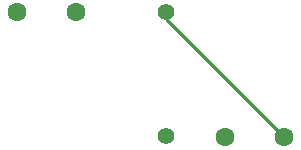
<source format=gbl>
G04 Layer: BottomLayer*
G04 EasyEDA v6.5.40, 2024-08-10 13:38:48*
G04 cb6e2e9fbd21486d88ae5690d2d3dc00,10*
G04 Gerber Generator version 0.2*
G04 Scale: 100 percent, Rotated: No, Reflected: No *
G04 Dimensions in millimeters *
G04 leading zeros omitted , absolute positions ,4 integer and 5 decimal *
%FSLAX45Y45*%
%MOMM*%

%ADD10C,0.2540*%
%ADD11C,1.4000*%
%ADD12C,1.6000*%

%LPD*%
D10*
X2650286Y-1028700D02*
G01*
X1651000Y-29413D01*
X1651000Y29692D01*
D11*
G01*
X1651000Y-1020292D03*
G01*
X1651000Y29692D03*
D12*
G01*
X884986Y25400D03*
G01*
X384987Y25400D03*
G01*
X2650286Y-1028700D03*
G01*
X2150287Y-1028700D03*
M02*

</source>
